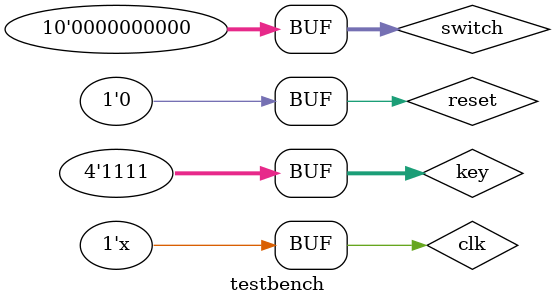
<source format=v>
`timescale 10ns / 10ns

module testbench ();

/*****************************************************************************
 *                           Parameter Declarations                          *
 *****************************************************************************/

parameter CLOCK_PERIOD = 2; // 20ns


/*****************************************************************************
 *                          Testbench Port Declarations                      *
 *****************************************************************************/

 reg            clk;
 reg            reset;

 // Inputs
 reg        [3:0] key;
 reg        [9:0] switch;


 // Output
 wire       [9:0] led;
 wire       [6:0] hex0;
 wire       [6:0] hex1;
 wire       [6:0] hex2;
 wire       [6:0] hex3;
 wire       [6:0] hex4;
 wire       [6:0] hex5;


initial begin
    key <= 4'b1111;
    switch <= 0;
    
    reset <= 1'b1;
 #3 reset <= 1'b0;
end

initial begin
	clk <= 1'b0;
end

always begin : Clock_Generator
	#((CLOCK_PERIOD) / 2) clk = ~clk;
end


// Keyboard inputs
wire             key_action;
wire        [7:0] scan_code;


// Bit 0: Scroll Lock, bit 1: Num Lock, Bit 2: Caps lock
// Keyboard outputs
wire        [2:0]ps2_lock_control;


// VGA
wire hsync;
wire vsync;
wire [9:0] red;
wire [9:0] green;
wire [9:0] blue;
wire blank;
wire vga_clk;


/*****************************************************************************
 *                              Internal Modules                             *
 *****************************************************************************/

 top my_program(
    .CLOCK_50(clk),
    .KEY(key),
    .SW(switch),

    .PS2_CLK(ps2_clk),
    .PS2_DAT(ps2_dat),

    .LED(led),
    .HEX0(hex0),
    .HEX1(hex1),
    .HEX2(hex2),
    .HEX3(hex3),
    .HEX4(hex4),
    .HEX5(hex5),

    .VGA_CLK(vga_clk),
    .VGA_HS(hsync),
    .VGA_VS(vsync),
    .VGA_BLANK_N(blank),
    .VGA_SYNC_N(),
    .VGA_R(red),
    .VGA_G(green),
    .VGA_B(blue)
 );


 keyboard_interface KeyBoard(
     .clk(clk),
     .reset(reset),
     .key_action(key_action),
     .scan_code(scan_code),
     .ps2_clk(ps2_clk),
     .ps2_dat(ps2_dat),
     .lock_controls(ps2_lock_control)
 );

 vga_interface vga(
    .clk(clk),
    .reset(reset),
    .vga_clk(vga_clk),
    .hsync(hsync),
    .vsync(vsync),
    .blank(blank),
    .red(red),
    .green(green),
    .blue(blue)
);

endmodule
</source>
